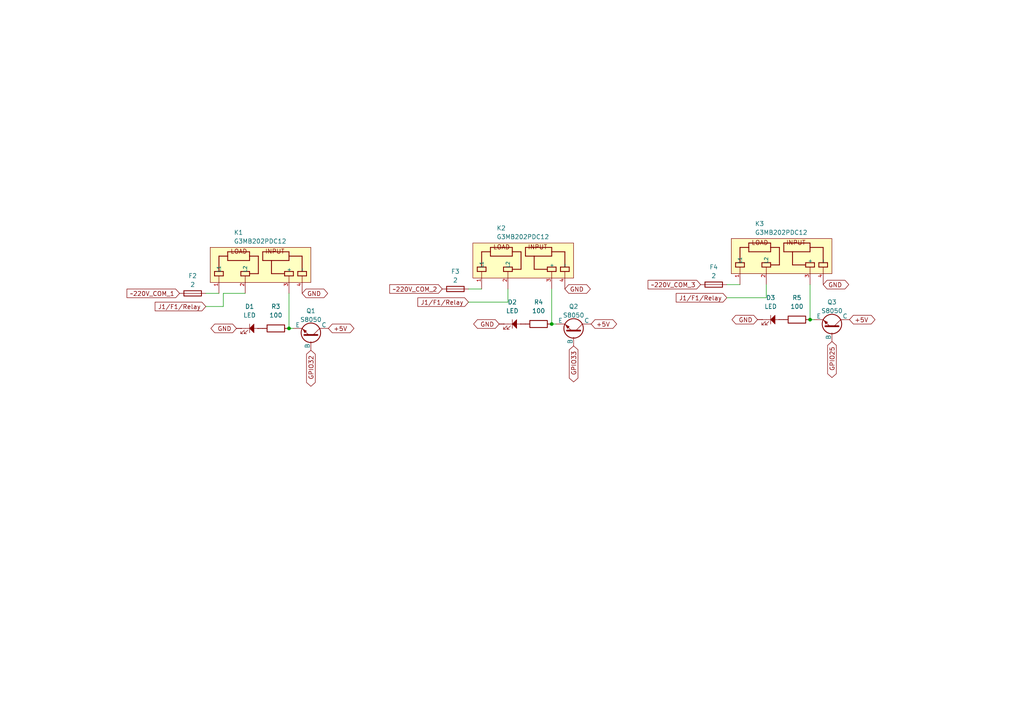
<source format=kicad_sch>
(kicad_sch (version 20231120) (generator "eeschema") (generator_version "8.0")
  (paper "A4")
  (title_block (title "IOTV_ID-1 (3x2A)") (date "2024-07-29") (rev "1.0") (company "Вербкин М.С."))
  (lib_symbols
    (symbol "Device:Fuse" (pin_numbers hide) (pin_names (offset 0))
      (property "Reference" "F" (at 2.032 0 90))
      (property "Value" "Fuse" (at -1.905 0 90))
      (symbol "Fuse_0_1"
        (rectangle (start -0.762 -2.54) (end 0.762 2.54) (stroke (width 0.254)))
        (polyline (pts (xy 0 2.54) (xy 0 -2.54)))
      )
      (symbol "Fuse_1_1"
        (pin passive line (at 0 3.81 270) (length 1.27) (name "~") (number "1"))
        (pin passive line (at 0 -3.81 90) (length 1.27) (name "~") (number "2"))
      )
    )
    (symbol "Device:R" (pin_numbers hide) (pin_names (offset 0))
      (property "Reference" "R" (at 2.032 0 90))
      (property "Value" "R" (at 0 0 90))
      (symbol "R_0_1"
        (rectangle (start -1.016 -2.54) (end 1.016 2.54) (stroke (width 0.254)))
      )
      (symbol "R_1_1"
        (pin passive line (at 0 3.81 270) (length 1.27) (name "~") (number "1"))
        (pin passive line (at 0 -3.81 90) (length 1.27) (name "~") (number "2"))
      )
    )
    (symbol "G3MB202PDC12:G3MB202PDC12" (pin_names (offset 1.016))
      (property "Reference" "K1" (at 7.112 -9.398 0))
      (property "Value" "G3MB202PDC12" (at 7.112 -6.858 0))
      (symbol "G3MB202PDC12_0_0"
        (rectangle (start -15.24 -5.08) (end 13.97 5.08) (stroke (width 0.1524)) (fill (type background)))
        (polyline (pts (xy -13.97 1.905) (xy -13.97 3.175)) (stroke (width 0.254)))
        (polyline (pts (xy -13.97 3.175) (xy -11.43 3.175)) (stroke (width 0.254)))
        (polyline (pts (xy -12.7 1.905) (xy -13.97 1.905)) (stroke (width 0.254)))
        (polyline (pts (xy -12.7 1.905) (xy -12.7 -2.54)) (stroke (width 0.254)))
        (polyline (pts (xy -11.43 1.905) (xy -12.7 1.905)) (stroke (width 0.254)))
        (polyline (pts (xy -11.43 3.175) (xy -11.43 1.905)) (stroke (width 0.254)))
        (polyline (pts (xy -10.16 1.905) (xy -10.16 3.175)) (stroke (width 0.254)))
        (polyline (pts (xy -10.16 3.175) (xy -7.62 3.175)) (stroke (width 0.254)))
        (polyline (pts (xy -8.89 -3.81) (xy -8.89 -2.54)) (stroke (width 0.254)))
        (polyline (pts (xy -8.89 -2.54) (xy -12.7 -2.54)) (stroke (width 0.254)))
        (polyline (pts (xy -8.89 -2.54) (xy -8.89 -1.27)) (stroke (width 0.254)))
        (polyline (pts (xy -8.89 -1.27) (xy -3.81 -1.27)) (stroke (width 0.254)))
        (polyline (pts (xy -7.62 1.905) (xy -10.16 1.905)) (stroke (width 0.254)))
        (polyline (pts (xy -7.62 3.175) (xy -7.62 1.905)) (stroke (width 0.254)))
        (polyline (pts (xy -3.81 -1.27) (xy -3.81 2.54)) (stroke (width 0.254)))
        (polyline (pts (xy -3.81 -1.27) (xy -1.27 -1.27)) (stroke (width 0.254)))
        (polyline (pts (xy -3.81 2.54) (xy -7.62 2.54)) (stroke (width 0.254)))
        (polyline (pts (xy -1.27 -3.81) (xy -8.89 -3.81)) (stroke (width 0.254)))
        (polyline (pts (xy -1.27 -1.27) (xy -1.27 -3.81)) (stroke (width 0.254)))
        (polyline (pts (xy 0 -2.54) (xy 0 2.54)) (stroke (width 0.254)))
        (polyline (pts (xy 0 2.54) (xy 2.54 2.54)) (stroke (width 0.254)))
        (polyline (pts (xy 2.54 -3.81) (xy 8.89 -3.81)) (stroke (width 0.254)))
        (polyline (pts (xy 2.54 -2.54) (xy 0 -2.54)) (stroke (width 0.254)))
        (polyline (pts (xy 2.54 -2.54) (xy 2.54 -3.81)) (stroke (width 0.254)))
        (polyline (pts (xy 2.54 -1.27) (xy 2.54 -2.54)) (stroke (width 0.254)))
        (polyline (pts (xy 2.54 1.905) (xy 5.08 1.905)) (stroke (width 0.254)))
        (polyline (pts (xy 2.54 3.175) (xy 2.54 1.905)) (stroke (width 0.254)))
        (polyline (pts (xy 5.08 1.905) (xy 5.08 3.175)) (stroke (width 0.254)))
        (polyline (pts (xy 5.08 3.175) (xy 2.54 3.175)) (stroke (width 0.254)))
        (polyline (pts (xy 8.89 -3.81) (xy 8.89 -2.54)) (stroke (width 0.254)))
        (polyline (pts (xy 8.89 -2.54) (xy 8.89 -1.27)) (stroke (width 0.254)))
        (polyline (pts (xy 8.89 -2.54) (xy 11.43 -2.54)) (stroke (width 0.254)))
        (polyline (pts (xy 8.89 -1.27) (xy 2.54 -1.27)) (stroke (width 0.254)))
        (polyline (pts (xy 10.16 1.905) (xy 11.43 1.905)) (stroke (width 0.254)))
        (polyline (pts (xy 10.16 3.175) (xy 10.16 1.905)) (stroke (width 0.254)))
        (polyline (pts (xy 11.43 1.905) (xy 11.43 -2.54)) (stroke (width 0.254)))
        (polyline (pts (xy 11.43 1.905) (xy 12.7 1.905)) (stroke (width 0.254)))
        (polyline (pts (xy 12.7 1.905) (xy 12.7 3.175)) (stroke (width 0.254)))
        (polyline (pts (xy 12.7 3.175) (xy 10.16 3.175)) (stroke (width 0.254)))
        (text "INPUT" (at -7.6613 -3.1828 0) (effects (font (size 1.2758 1.2758)) (justify left bottom)))
        (text "LOAD" (at 3.187 -3.1766 0) (effects (font (size 1.2727 1.2727)) (justify left bottom)))
        (pin power_in line (at -8.89 8.255 270) (length 5.08) (name "+") (number "3"))
        (pin power_in line (at -12.7 8.255 270) (length 5.08) (name "-") (number "4"))
      )
      (symbol "G3MB202PDC12_1_0"
        (pin passive line (at 11.43 8.255 270) (length 5.08) (name "L1") (number "1"))
        (pin passive line (at 3.81 8.255 270) (length 5.08) (name "L2") (number "2"))
      )
    )
    (symbol "PCM_SL_Devices:LED"
      (property "Reference" "D" (at -0.508 5.334 0))
      (property "Value" "LED" (at -0.508 2.794 0))
      (symbol "LED_0_1"
        (polyline (pts (xy -1.27 0) (xy -2.54 0)))
        (polyline (pts (xy 0 1.27) (xy 0 -1.27)))
        (polyline (pts (xy 0.508 0.508) (xy 1.524 1.524)))
        (polyline (pts (xy 1.27 0) (xy 2.54 0)))
        (polyline (pts (xy 1.524 0.508) (xy 2.54 1.524)))
        (polyline (pts (xy 1.524 1.524) (xy 0.889 1.524)))
        (polyline (pts (xy 1.524 1.524) (xy 1.524 0.889)))
        (polyline (pts (xy 2.54 1.524) (xy 1.905 1.524)))
        (polyline (pts (xy 2.54 1.524) (xy 2.54 0.889)))
        (polyline (pts (xy 0 0) (xy -1.27 -1.27) (xy -1.27 1.27) (xy 0 0) (xy 1.27 0)) (fill (type outline)))
      )
      (symbol "LED_1_1"
        (pin passive line (at 3.81 0 180) (length 1.5) (name "~") (number "1"))
        (pin passive line (at -3.81 0 0) (length 1.5) (name "") (number "2"))
      )
    )
    (symbol "Simulation_SPICE:NPN" (pin_numbers hide) (pin_names (offset 0))
      (property "Reference" "Q1" (at 7.62 0 90))
      (property "Value" "S8050" (at 5.08 0 90))
      (symbol "NPN_0_1"
        (polyline (pts (xy 0.635 0.635) (xy 2.54 2.54)))
        (polyline (pts (xy 2.794 -1.27) (xy 2.794 -1.27)) (stroke (width 0.1524)))
        (polyline (pts (xy 2.794 -1.27) (xy 2.794 -1.27)) (stroke (width 0.1524)))
        (polyline (pts (xy 0.635 -0.635) (xy 2.54 -2.54) (xy 2.54 -2.54)))
        (polyline (pts (xy 0.635 1.905) (xy 0.635 -1.905) (xy 0.635 -1.905)) (stroke (width 0.508)))
        (polyline (pts (xy 1.27 -1.778) (xy 1.778 -1.27) (xy 2.286 -2.286) (xy 1.27 -1.778) (xy 1.27 -1.778)) (fill (type outline)))
        (circle (center 1.27 0) (radius 2.8194) (stroke (width 0.254)))
      )
      (symbol "NPN_1_1"
        (pin input line (at -3.81 0 0) (length 2.54) (name "B") (number "1"))
        (pin power_out line (at 2.54 -5.08 90) (length 2.54) (name "E") (number "2"))
        (pin power_in line (at 2.54 5.08 270) (length 2.54) (name "C") (number "3"))
      )
    )
  )
  (junction (at 234.95 92.71))
  (junction (at 160.02 93.98))
  (junction (at 83.82 95.25))
  (wire (pts (xy 64.77 85.09) (xy 64.77 88.9)))
  (wire (pts (xy 83.82 95.25) (xy 85.09 95.25)))
  (wire (pts (xy 234.95 82.55) (xy 234.95 92.71)))
  (wire (pts (xy 160.02 93.98) (xy 161.29 93.98)))
  (wire (pts (xy 83.82 85.09) (xy 83.82 95.25)))
  (wire (pts (xy 64.77 88.9) (xy 59.69 88.9)))
  (wire (pts (xy 147.32 83.82) (xy 147.32 87.63)))
  (wire (pts (xy 135.89 83.82) (xy 139.7 83.82)))
  (wire (pts (xy 222.25 82.55) (xy 222.25 86.36)))
  (wire (pts (xy 234.95 92.71) (xy 236.22 92.71)))
  (wire (pts (xy 160.02 83.82) (xy 160.02 93.98)))
  (wire (pts (xy 64.77 85.09) (xy 71.12 85.09)))
  (wire (pts (xy 210.82 82.55) (xy 214.63 82.55)))
  (wire (pts (xy 222.25 86.36) (xy 210.82 86.36)))
  (wire (pts (xy 147.32 87.63) (xy 135.89 87.63)))
  (wire (pts (xy 59.69 85.09) (xy 63.5 85.09)))
  (global_label "GPIO33" (shape bidirectional) (at 166.37 100.33 270) (property "Intersheetrefs" "${INTERSHEET_REFS}" (at 166.37 111.3208 90) (effects (justify right))))
  (global_label "J1{slash}F1{slash}Relay" (shape input) (at 59.69 88.9 180) (property "Intersheetrefs" "${INTERSHEET_REFS}" (at 44.4282 88.9 0) (effects (justify right))))
  (global_label "GND" (shape bidirectional) (at 68.58 95.25 180) (property "Intersheetrefs" "${INTERSHEET_REFS}" (at 60.613 95.25 0) (effects (justify right))))
  (global_label "GPIO32" (shape bidirectional) (at 90.17 101.6 270) (property "Intersheetrefs" "${INTERSHEET_REFS}" (at 90.17 112.5908 90) (effects (justify right))))
  (global_label "GPIO25" (shape bidirectional) (at 241.3 99.06 270) (property "Intersheetrefs" "${INTERSHEET_REFS}" (at 241.3 110.0508 90) (effects (justify right))))
  (global_label "J1{slash}F1{slash}Relay" (shape input) (at 210.82 86.36 180) (property "Intersheetrefs" "${INTERSHEET_REFS}" (at 195.5582 86.36 0) (effects (justify right))))
  (global_label "+5V" (shape bidirectional) (at 95.25 95.25 0) (property "Intersheetrefs" "${INTERSHEET_REFS}" (at 103.217 95.25 0) (effects (justify left))))
  (global_label "GND" (shape bidirectional) (at 87.63 85.09 0) (property "Intersheetrefs" "${INTERSHEET_REFS}" (at 95.597 85.09 0) (effects (justify left))))
  (global_label "~220V_COM_2" (shape input) (at 128.27 83.82 180) (property "Intersheetrefs" "${INTERSHEET_REFS}" (at 112.464 83.82 0) (effects (justify right))))
  (global_label "+5V" (shape bidirectional) (at 171.45 93.98 0) (property "Intersheetrefs" "${INTERSHEET_REFS}" (at 179.417 93.98 0) (effects (justify left))))
  (global_label "~220V_COM_1" (shape input) (at 52.07 85.09 180) (property "Intersheetrefs" "${INTERSHEET_REFS}" (at 36.264 85.09 0) (effects (justify right))))
  (global_label "+5V" (shape bidirectional) (at 246.38 92.71 0) (property "Intersheetrefs" "${INTERSHEET_REFS}" (at 254.347 92.71 0) (effects (justify left))))
  (global_label "GND" (shape bidirectional) (at 144.78 93.98 180) (property "Intersheetrefs" "${INTERSHEET_REFS}" (at 136.813 93.98 0) (effects (justify right))))
  (global_label "~220V_COM_3" (shape input) (at 203.2 82.55 180) (property "Intersheetrefs" "${INTERSHEET_REFS}" (at 187.394 82.55 0) (effects (justify right))))
  (global_label "J1{slash}F1{slash}Relay" (shape input) (at 135.89 87.63 180) (property "Intersheetrefs" "${INTERSHEET_REFS}" (at 120.6282 87.63 0) (effects (justify right))))
  (global_label "GND" (shape bidirectional) (at 219.71 92.71 180) (property "Intersheetrefs" "${INTERSHEET_REFS}" (at 211.743 92.71 0) (effects (justify right))))
  (global_label "GND" (shape bidirectional) (at 163.83 83.82 0) (property "Intersheetrefs" "${INTERSHEET_REFS}" (at 171.797 83.82 0) (effects (justify left))))
  (global_label "GND" (shape bidirectional) (at 238.76 82.55 0) (property "Intersheetrefs" "${INTERSHEET_REFS}" (at 246.727 82.55 0) (effects (justify left))))
  (symbol (lib_id "G3MB202PDC12:G3MB202PDC12") (at 226.06 74.295 180) (unit 1)
    (property "Reference" "K3" (at 218.948 64.897 0) (effects (justify right)))
    (property "Value" "G3MB202PDC12" (at 218.948 67.437 0) (effects (justify right)))
    (property "Footprint" "g3mb-202:RELAY_G3MB202PDC12" (effects (hide yes)))
    (property "MF" "Omron Automation and Safety" (effects (hide yes)))
    (property "Description_1" "\nSolid State Relays - PCB Mount 12VDC/100-240VAC 2A\n" (effects (hide yes)))
    (property "Package" "SIP-4 Omron Automation" (effects (hide yes)))
    (property "Price" "None" (effects (hide yes)))
    (property "Check_prices" "https://www.snapeda.com/parts/G3MB-202P-DC12/Omron+Automation+and+Safety/view-part/?ref=eda" (effects (hide yes)))
    (property "STANDARD" "Manufacturer Recommendation" (effects (hide yes)))
    (property "PARTREV" "N/A" (effects (hide yes)))
    (property "SnapEDA_Link" "https://www.snapeda.com/parts/G3MB-202P-DC12/Omron+Automation+and+Safety/view-part/?ref=snap" (effects (hide yes)))
    (property "MP" "G3MB-202P-DC12" (effects (hide yes)))
    (property "Availability" "In Stock" (effects (hide yes)))
    (property "MANUFACTURER" "Omron" (effects (hide yes)))
  )
  (symbol (lib_id "Device:R") (at 80.01 95.25 90) (unit 1)
    (property "Reference" "R3" (at 80.01 88.9 90))
    (property "Value" "100" (at 80.01 91.44 90))
    (property "Footprint" "Resistor_SMD:R_1206_3216Metric" (effects (hide yes)))
  )
  (symbol (lib_id "Device:R") (at 156.21 93.98 90) (unit 1)
    (property "Reference" "R4" (at 156.21 87.63 90))
    (property "Value" "100" (at 156.21 90.17 90))
    (property "Footprint" "Resistor_SMD:R_1206_3216Metric" (effects (hide yes)))
  )
  (symbol (lib_id "Simulation_SPICE:NPN") (at 90.17 97.79 270) (mirror x) (unit 1)
    (property "Reference" "Q1" (at 90.17 90.17 90))
    (property "Value" "S8050" (at 90.17 92.71 90))
    (property "Footprint" "Package_TO_SOT_SMD:SOT-23" (effects (hide yes)))
    (property "Sim.Device" "NPN" (effects (hide yes)))
    (property "Sim.Type" "GUMMELPOON" (effects (hide yes)))
    (property "Sim.Pins" "1=B 2=E 3=C" (effects (hide yes)))
  )
  (symbol (lib_id "Simulation_SPICE:NPN") (at 166.37 96.52 270) (mirror x) (unit 1)
    (property "Reference" "Q2" (at 166.37 88.9 90))
    (property "Value" "S8050" (at 166.37 91.44 90))
    (property "Footprint" "Package_TO_SOT_SMD:SOT-23" (effects (hide yes)))
    (property "Sim.Device" "NPN" (effects (hide yes)))
    (property "Sim.Type" "GUMMELPOON" (effects (hide yes)))
    (property "Sim.Pins" "1=B 2=E 3=C" (effects (hide yes)))
  )
  (symbol (lib_id "Simulation_SPICE:NPN") (at 241.3 95.25 270) (mirror x) (unit 1)
    (property "Reference" "Q3" (at 241.3 87.63 90))
    (property "Value" "S8050" (at 241.3 90.17 90))
    (property "Footprint" "Package_TO_SOT_SMD:SOT-23" (effects (hide yes)))
    (property "Sim.Device" "NPN" (effects (hide yes)))
    (property "Sim.Type" "GUMMELPOON" (effects (hide yes)))
    (property "Sim.Pins" "1=B 2=E 3=C" (effects (hide yes)))
  )
  (symbol (lib_id "G3MB202PDC12:G3MB202PDC12") (at 74.93 76.835 180) (unit 1)
    (property "Reference" "K1" (at 67.818 67.437 0) (effects (justify right)))
    (property "Value" "G3MB202PDC12" (at 67.818 69.977 0) (effects (justify right)))
    (property "Footprint" "g3mb-202:RELAY_G3MB202PDC12" (effects (hide yes)))
    (property "MF" "Omron Automation and Safety" (effects (hide yes)))
    (property "Description_1" "\nSolid State Relays - PCB Mount 12VDC/100-240VAC 2A\n" (effects (hide yes)))
    (property "Package" "SIP-4 Omron Automation" (effects (hide yes)))
    (property "Price" "None" (effects (hide yes)))
    (property "Check_prices" "https://www.snapeda.com/parts/G3MB-202P-DC12/Omron+Automation+and+Safety/view-part/?ref=eda" (effects (hide yes)))
    (property "STANDARD" "Manufacturer Recommendation" (effects (hide yes)))
    (property "PARTREV" "N/A" (effects (hide yes)))
    (property "SnapEDA_Link" "https://www.snapeda.com/parts/G3MB-202P-DC12/Omron+Automation+and+Safety/view-part/?ref=snap" (effects (hide yes)))
    (property "MP" "G3MB-202P-DC12" (effects (hide yes)))
    (property "Availability" "In Stock" (effects (hide yes)))
    (property "MANUFACTURER" "Omron" (effects (hide yes)))
  )
  (symbol (lib_id "Device:Fuse") (at 132.08 83.82 90) (unit 1)
    (property "Reference" "F3" (at 132.08 78.74 90))
    (property "Value" "2" (at 132.08 81.28 90))
    (property "Footprint" "Fuse:Fuseholder_Cylinder-5x20mm_Schurter_0031_8201_Horizontal_Open" (effects (hide yes)))
  )
  (symbol (lib_id "PCM_SL_Devices:LED") (at 223.52 92.71 180) (unit 1)
    (property "Reference" "D3" (at 223.52 86.36 0))
    (property "Value" "LED" (at 223.52 88.9 0))
    (property "Footprint" "PCM_Diode_SMD_Handsoldering_AKL:D_0603_1608Metric" (effects (hide yes)))
    (property "Description" "Common 5mm diameter LED" (effects (hide yes)))
  )
  (symbol (lib_id "PCM_SL_Devices:LED") (at 148.59 93.98 180) (unit 1)
    (property "Reference" "D2" (at 148.59 87.63 0))
    (property "Value" "LED" (at 148.59 90.17 0))
    (property "Footprint" "PCM_Diode_SMD_Handsoldering_AKL:D_0603_1608Metric" (effects (hide yes)))
    (property "Description" "Common 5mm diameter LED" (effects (hide yes)))
  )
  (symbol (lib_id "Device:Fuse") (at 207.01 82.55 90) (unit 1)
    (property "Reference" "F4" (at 207.01 77.47 90))
    (property "Value" "2" (at 207.01 80.01 90))
    (property "Footprint" "Fuse:Fuseholder_Cylinder-5x20mm_Schurter_0031_8201_Horizontal_Open" (effects (hide yes)))
  )
  (symbol (lib_id "PCM_SL_Devices:LED") (at 72.39 95.25 180) (unit 1)
    (property "Reference" "D1" (at 72.39 88.9 0))
    (property "Value" "LED" (at 72.39 91.44 0))
    (property "Footprint" "PCM_Diode_SMD_Handsoldering_AKL:D_0603_1608Metric" (effects (hide yes)))
    (property "Description" "Common 5mm diameter LED" (effects (hide yes)))
  )
  (symbol (lib_id "Device:Fuse") (at 55.88 85.09 90) (unit 1)
    (property "Reference" "F2" (at 55.88 80.01 90))
    (property "Value" "2" (at 55.88 82.55 90))
    (property "Footprint" "Fuse:Fuseholder_Cylinder-5x20mm_Schurter_0031_8201_Horizontal_Open" (effects (hide yes)))
  )
  (symbol (lib_id "G3MB202PDC12:G3MB202PDC12") (at 151.13 75.565 180) (unit 1)
    (property "Reference" "K2" (at 144.018 66.167 0) (effects (justify right)))
    (property "Value" "G3MB202PDC12" (at 144.018 68.707 0) (effects (justify right)))
    (property "Footprint" "g3mb-202:RELAY_G3MB202PDC12" (effects (hide yes)))
    (property "MF" "Omron Automation and Safety" (effects (hide yes)))
    (property "Description_1" "\nSolid State Relays - PCB Mount 12VDC/100-240VAC 2A\n" (effects (hide yes)))
    (property "Package" "SIP-4 Omron Automation" (effects (hide yes)))
    (property "Price" "None" (effects (hide yes)))
    (property "Check_prices" "https://www.snapeda.com/parts/G3MB-202P-DC12/Omron+Automation+and+Safety/view-part/?ref=eda" (effects (hide yes)))
    (property "STANDARD" "Manufacturer Recommendation" (effects (hide yes)))
    (property "PARTREV" "N/A" (effects (hide yes)))
    (property "SnapEDA_Link" "https://www.snapeda.com/parts/G3MB-202P-DC12/Omron+Automation+and+Safety/view-part/?ref=snap" (effects (hide yes)))
    (property "MP" "G3MB-202P-DC12" (effects (hide yes)))
    (property "Availability" "In Stock" (effects (hide yes)))
    (property "MANUFACTURER" "Omron" (effects (hide yes)))
  )
  (symbol (lib_id "Device:R") (at 231.14 92.71 90) (unit 1)
    (property "Reference" "R5" (at 231.14 86.36 90))
    (property "Value" "100" (at 231.14 88.9 90))
    (property "Footprint" "Resistor_SMD:R_1206_3216Metric" (effects (hide yes)))
  )
)
</source>
